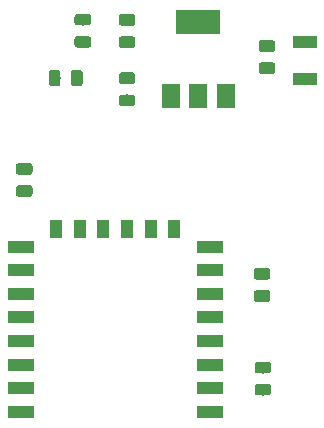
<source format=gbr>
G04 #@! TF.GenerationSoftware,KiCad,Pcbnew,(5.0.2)-1*
G04 #@! TF.CreationDate,2020-03-26T14:30:10-07:00*
G04 #@! TF.ProjectId,RetroWIFI,52657472-6f57-4494-9649-2e6b69636164,rev?*
G04 #@! TF.SameCoordinates,Original*
G04 #@! TF.FileFunction,Paste,Top*
G04 #@! TF.FilePolarity,Positive*
%FSLAX46Y46*%
G04 Gerber Fmt 4.6, Leading zero omitted, Abs format (unit mm)*
G04 Created by KiCad (PCBNEW (5.0.2)-1) date 3/26/2020 2:30:10 PM*
%MOMM*%
%LPD*%
G01*
G04 APERTURE LIST*
%ADD10R,2.000000X1.000000*%
%ADD11C,0.100000*%
%ADD12C,0.975000*%
%ADD13R,2.200000X1.000000*%
%ADD14R,1.000000X1.500000*%
%ADD15R,3.800000X2.000000*%
%ADD16R,1.500000X2.000000*%
G04 APERTURE END LIST*
D10*
G04 #@! TO.C,J1*
X156050000Y-101850000D03*
X156050000Y-98650000D03*
G04 #@! TD*
D11*
G04 #@! TO.C,C1*
G36*
X153330142Y-100413674D02*
X153353803Y-100417184D01*
X153377007Y-100422996D01*
X153399529Y-100431054D01*
X153421153Y-100441282D01*
X153441670Y-100453579D01*
X153460883Y-100467829D01*
X153478607Y-100483893D01*
X153494671Y-100501617D01*
X153508921Y-100520830D01*
X153521218Y-100541347D01*
X153531446Y-100562971D01*
X153539504Y-100585493D01*
X153545316Y-100608697D01*
X153548826Y-100632358D01*
X153550000Y-100656250D01*
X153550000Y-101143750D01*
X153548826Y-101167642D01*
X153545316Y-101191303D01*
X153539504Y-101214507D01*
X153531446Y-101237029D01*
X153521218Y-101258653D01*
X153508921Y-101279170D01*
X153494671Y-101298383D01*
X153478607Y-101316107D01*
X153460883Y-101332171D01*
X153441670Y-101346421D01*
X153421153Y-101358718D01*
X153399529Y-101368946D01*
X153377007Y-101377004D01*
X153353803Y-101382816D01*
X153330142Y-101386326D01*
X153306250Y-101387500D01*
X152393750Y-101387500D01*
X152369858Y-101386326D01*
X152346197Y-101382816D01*
X152322993Y-101377004D01*
X152300471Y-101368946D01*
X152278847Y-101358718D01*
X152258330Y-101346421D01*
X152239117Y-101332171D01*
X152221393Y-101316107D01*
X152205329Y-101298383D01*
X152191079Y-101279170D01*
X152178782Y-101258653D01*
X152168554Y-101237029D01*
X152160496Y-101214507D01*
X152154684Y-101191303D01*
X152151174Y-101167642D01*
X152150000Y-101143750D01*
X152150000Y-100656250D01*
X152151174Y-100632358D01*
X152154684Y-100608697D01*
X152160496Y-100585493D01*
X152168554Y-100562971D01*
X152178782Y-100541347D01*
X152191079Y-100520830D01*
X152205329Y-100501617D01*
X152221393Y-100483893D01*
X152239117Y-100467829D01*
X152258330Y-100453579D01*
X152278847Y-100441282D01*
X152300471Y-100431054D01*
X152322993Y-100422996D01*
X152346197Y-100417184D01*
X152369858Y-100413674D01*
X152393750Y-100412500D01*
X153306250Y-100412500D01*
X153330142Y-100413674D01*
X153330142Y-100413674D01*
G37*
D12*
X152850000Y-100900000D03*
D11*
G36*
X153330142Y-98538674D02*
X153353803Y-98542184D01*
X153377007Y-98547996D01*
X153399529Y-98556054D01*
X153421153Y-98566282D01*
X153441670Y-98578579D01*
X153460883Y-98592829D01*
X153478607Y-98608893D01*
X153494671Y-98626617D01*
X153508921Y-98645830D01*
X153521218Y-98666347D01*
X153531446Y-98687971D01*
X153539504Y-98710493D01*
X153545316Y-98733697D01*
X153548826Y-98757358D01*
X153550000Y-98781250D01*
X153550000Y-99268750D01*
X153548826Y-99292642D01*
X153545316Y-99316303D01*
X153539504Y-99339507D01*
X153531446Y-99362029D01*
X153521218Y-99383653D01*
X153508921Y-99404170D01*
X153494671Y-99423383D01*
X153478607Y-99441107D01*
X153460883Y-99457171D01*
X153441670Y-99471421D01*
X153421153Y-99483718D01*
X153399529Y-99493946D01*
X153377007Y-99502004D01*
X153353803Y-99507816D01*
X153330142Y-99511326D01*
X153306250Y-99512500D01*
X152393750Y-99512500D01*
X152369858Y-99511326D01*
X152346197Y-99507816D01*
X152322993Y-99502004D01*
X152300471Y-99493946D01*
X152278847Y-99483718D01*
X152258330Y-99471421D01*
X152239117Y-99457171D01*
X152221393Y-99441107D01*
X152205329Y-99423383D01*
X152191079Y-99404170D01*
X152178782Y-99383653D01*
X152168554Y-99362029D01*
X152160496Y-99339507D01*
X152154684Y-99316303D01*
X152151174Y-99292642D01*
X152150000Y-99268750D01*
X152150000Y-98781250D01*
X152151174Y-98757358D01*
X152154684Y-98733697D01*
X152160496Y-98710493D01*
X152168554Y-98687971D01*
X152178782Y-98666347D01*
X152191079Y-98645830D01*
X152205329Y-98626617D01*
X152221393Y-98608893D01*
X152239117Y-98592829D01*
X152258330Y-98578579D01*
X152278847Y-98566282D01*
X152300471Y-98556054D01*
X152322993Y-98547996D01*
X152346197Y-98542184D01*
X152369858Y-98538674D01*
X152393750Y-98537500D01*
X153306250Y-98537500D01*
X153330142Y-98538674D01*
X153330142Y-98538674D01*
G37*
D12*
X152850000Y-99025000D03*
G04 #@! TD*
D11*
G04 #@! TO.C,C2*
G36*
X141480142Y-103138674D02*
X141503803Y-103142184D01*
X141527007Y-103147996D01*
X141549529Y-103156054D01*
X141571153Y-103166282D01*
X141591670Y-103178579D01*
X141610883Y-103192829D01*
X141628607Y-103208893D01*
X141644671Y-103226617D01*
X141658921Y-103245830D01*
X141671218Y-103266347D01*
X141681446Y-103287971D01*
X141689504Y-103310493D01*
X141695316Y-103333697D01*
X141698826Y-103357358D01*
X141700000Y-103381250D01*
X141700000Y-103868750D01*
X141698826Y-103892642D01*
X141695316Y-103916303D01*
X141689504Y-103939507D01*
X141681446Y-103962029D01*
X141671218Y-103983653D01*
X141658921Y-104004170D01*
X141644671Y-104023383D01*
X141628607Y-104041107D01*
X141610883Y-104057171D01*
X141591670Y-104071421D01*
X141571153Y-104083718D01*
X141549529Y-104093946D01*
X141527007Y-104102004D01*
X141503803Y-104107816D01*
X141480142Y-104111326D01*
X141456250Y-104112500D01*
X140543750Y-104112500D01*
X140519858Y-104111326D01*
X140496197Y-104107816D01*
X140472993Y-104102004D01*
X140450471Y-104093946D01*
X140428847Y-104083718D01*
X140408330Y-104071421D01*
X140389117Y-104057171D01*
X140371393Y-104041107D01*
X140355329Y-104023383D01*
X140341079Y-104004170D01*
X140328782Y-103983653D01*
X140318554Y-103962029D01*
X140310496Y-103939507D01*
X140304684Y-103916303D01*
X140301174Y-103892642D01*
X140300000Y-103868750D01*
X140300000Y-103381250D01*
X140301174Y-103357358D01*
X140304684Y-103333697D01*
X140310496Y-103310493D01*
X140318554Y-103287971D01*
X140328782Y-103266347D01*
X140341079Y-103245830D01*
X140355329Y-103226617D01*
X140371393Y-103208893D01*
X140389117Y-103192829D01*
X140408330Y-103178579D01*
X140428847Y-103166282D01*
X140450471Y-103156054D01*
X140472993Y-103147996D01*
X140496197Y-103142184D01*
X140519858Y-103138674D01*
X140543750Y-103137500D01*
X141456250Y-103137500D01*
X141480142Y-103138674D01*
X141480142Y-103138674D01*
G37*
D12*
X141000000Y-103625000D03*
D11*
G36*
X141480142Y-101263674D02*
X141503803Y-101267184D01*
X141527007Y-101272996D01*
X141549529Y-101281054D01*
X141571153Y-101291282D01*
X141591670Y-101303579D01*
X141610883Y-101317829D01*
X141628607Y-101333893D01*
X141644671Y-101351617D01*
X141658921Y-101370830D01*
X141671218Y-101391347D01*
X141681446Y-101412971D01*
X141689504Y-101435493D01*
X141695316Y-101458697D01*
X141698826Y-101482358D01*
X141700000Y-101506250D01*
X141700000Y-101993750D01*
X141698826Y-102017642D01*
X141695316Y-102041303D01*
X141689504Y-102064507D01*
X141681446Y-102087029D01*
X141671218Y-102108653D01*
X141658921Y-102129170D01*
X141644671Y-102148383D01*
X141628607Y-102166107D01*
X141610883Y-102182171D01*
X141591670Y-102196421D01*
X141571153Y-102208718D01*
X141549529Y-102218946D01*
X141527007Y-102227004D01*
X141503803Y-102232816D01*
X141480142Y-102236326D01*
X141456250Y-102237500D01*
X140543750Y-102237500D01*
X140519858Y-102236326D01*
X140496197Y-102232816D01*
X140472993Y-102227004D01*
X140450471Y-102218946D01*
X140428847Y-102208718D01*
X140408330Y-102196421D01*
X140389117Y-102182171D01*
X140371393Y-102166107D01*
X140355329Y-102148383D01*
X140341079Y-102129170D01*
X140328782Y-102108653D01*
X140318554Y-102087029D01*
X140310496Y-102064507D01*
X140304684Y-102041303D01*
X140301174Y-102017642D01*
X140300000Y-101993750D01*
X140300000Y-101506250D01*
X140301174Y-101482358D01*
X140304684Y-101458697D01*
X140310496Y-101435493D01*
X140318554Y-101412971D01*
X140328782Y-101391347D01*
X140341079Y-101370830D01*
X140355329Y-101351617D01*
X140371393Y-101333893D01*
X140389117Y-101317829D01*
X140408330Y-101303579D01*
X140428847Y-101291282D01*
X140450471Y-101281054D01*
X140472993Y-101272996D01*
X140496197Y-101267184D01*
X140519858Y-101263674D01*
X140543750Y-101262500D01*
X141456250Y-101262500D01*
X141480142Y-101263674D01*
X141480142Y-101263674D01*
G37*
D12*
X141000000Y-101750000D03*
G04 #@! TD*
D11*
G04 #@! TO.C,D1*
G36*
X141480142Y-98201174D02*
X141503803Y-98204684D01*
X141527007Y-98210496D01*
X141549529Y-98218554D01*
X141571153Y-98228782D01*
X141591670Y-98241079D01*
X141610883Y-98255329D01*
X141628607Y-98271393D01*
X141644671Y-98289117D01*
X141658921Y-98308330D01*
X141671218Y-98328847D01*
X141681446Y-98350471D01*
X141689504Y-98372993D01*
X141695316Y-98396197D01*
X141698826Y-98419858D01*
X141700000Y-98443750D01*
X141700000Y-98931250D01*
X141698826Y-98955142D01*
X141695316Y-98978803D01*
X141689504Y-99002007D01*
X141681446Y-99024529D01*
X141671218Y-99046153D01*
X141658921Y-99066670D01*
X141644671Y-99085883D01*
X141628607Y-99103607D01*
X141610883Y-99119671D01*
X141591670Y-99133921D01*
X141571153Y-99146218D01*
X141549529Y-99156446D01*
X141527007Y-99164504D01*
X141503803Y-99170316D01*
X141480142Y-99173826D01*
X141456250Y-99175000D01*
X140543750Y-99175000D01*
X140519858Y-99173826D01*
X140496197Y-99170316D01*
X140472993Y-99164504D01*
X140450471Y-99156446D01*
X140428847Y-99146218D01*
X140408330Y-99133921D01*
X140389117Y-99119671D01*
X140371393Y-99103607D01*
X140355329Y-99085883D01*
X140341079Y-99066670D01*
X140328782Y-99046153D01*
X140318554Y-99024529D01*
X140310496Y-99002007D01*
X140304684Y-98978803D01*
X140301174Y-98955142D01*
X140300000Y-98931250D01*
X140300000Y-98443750D01*
X140301174Y-98419858D01*
X140304684Y-98396197D01*
X140310496Y-98372993D01*
X140318554Y-98350471D01*
X140328782Y-98328847D01*
X140341079Y-98308330D01*
X140355329Y-98289117D01*
X140371393Y-98271393D01*
X140389117Y-98255329D01*
X140408330Y-98241079D01*
X140428847Y-98228782D01*
X140450471Y-98218554D01*
X140472993Y-98210496D01*
X140496197Y-98204684D01*
X140519858Y-98201174D01*
X140543750Y-98200000D01*
X141456250Y-98200000D01*
X141480142Y-98201174D01*
X141480142Y-98201174D01*
G37*
D12*
X141000000Y-98687500D03*
D11*
G36*
X141480142Y-96326174D02*
X141503803Y-96329684D01*
X141527007Y-96335496D01*
X141549529Y-96343554D01*
X141571153Y-96353782D01*
X141591670Y-96366079D01*
X141610883Y-96380329D01*
X141628607Y-96396393D01*
X141644671Y-96414117D01*
X141658921Y-96433330D01*
X141671218Y-96453847D01*
X141681446Y-96475471D01*
X141689504Y-96497993D01*
X141695316Y-96521197D01*
X141698826Y-96544858D01*
X141700000Y-96568750D01*
X141700000Y-97056250D01*
X141698826Y-97080142D01*
X141695316Y-97103803D01*
X141689504Y-97127007D01*
X141681446Y-97149529D01*
X141671218Y-97171153D01*
X141658921Y-97191670D01*
X141644671Y-97210883D01*
X141628607Y-97228607D01*
X141610883Y-97244671D01*
X141591670Y-97258921D01*
X141571153Y-97271218D01*
X141549529Y-97281446D01*
X141527007Y-97289504D01*
X141503803Y-97295316D01*
X141480142Y-97298826D01*
X141456250Y-97300000D01*
X140543750Y-97300000D01*
X140519858Y-97298826D01*
X140496197Y-97295316D01*
X140472993Y-97289504D01*
X140450471Y-97281446D01*
X140428847Y-97271218D01*
X140408330Y-97258921D01*
X140389117Y-97244671D01*
X140371393Y-97228607D01*
X140355329Y-97210883D01*
X140341079Y-97191670D01*
X140328782Y-97171153D01*
X140318554Y-97149529D01*
X140310496Y-97127007D01*
X140304684Y-97103803D01*
X140301174Y-97080142D01*
X140300000Y-97056250D01*
X140300000Y-96568750D01*
X140301174Y-96544858D01*
X140304684Y-96521197D01*
X140310496Y-96497993D01*
X140318554Y-96475471D01*
X140328782Y-96453847D01*
X140341079Y-96433330D01*
X140355329Y-96414117D01*
X140371393Y-96396393D01*
X140389117Y-96380329D01*
X140408330Y-96366079D01*
X140428847Y-96353782D01*
X140450471Y-96343554D01*
X140472993Y-96335496D01*
X140496197Y-96329684D01*
X140519858Y-96326174D01*
X140543750Y-96325000D01*
X141456250Y-96325000D01*
X141480142Y-96326174D01*
X141480142Y-96326174D01*
G37*
D12*
X141000000Y-96812500D03*
G04 #@! TD*
D11*
G04 #@! TO.C,R1*
G36*
X137730142Y-96306174D02*
X137753803Y-96309684D01*
X137777007Y-96315496D01*
X137799529Y-96323554D01*
X137821153Y-96333782D01*
X137841670Y-96346079D01*
X137860883Y-96360329D01*
X137878607Y-96376393D01*
X137894671Y-96394117D01*
X137908921Y-96413330D01*
X137921218Y-96433847D01*
X137931446Y-96455471D01*
X137939504Y-96477993D01*
X137945316Y-96501197D01*
X137948826Y-96524858D01*
X137950000Y-96548750D01*
X137950000Y-97036250D01*
X137948826Y-97060142D01*
X137945316Y-97083803D01*
X137939504Y-97107007D01*
X137931446Y-97129529D01*
X137921218Y-97151153D01*
X137908921Y-97171670D01*
X137894671Y-97190883D01*
X137878607Y-97208607D01*
X137860883Y-97224671D01*
X137841670Y-97238921D01*
X137821153Y-97251218D01*
X137799529Y-97261446D01*
X137777007Y-97269504D01*
X137753803Y-97275316D01*
X137730142Y-97278826D01*
X137706250Y-97280000D01*
X136793750Y-97280000D01*
X136769858Y-97278826D01*
X136746197Y-97275316D01*
X136722993Y-97269504D01*
X136700471Y-97261446D01*
X136678847Y-97251218D01*
X136658330Y-97238921D01*
X136639117Y-97224671D01*
X136621393Y-97208607D01*
X136605329Y-97190883D01*
X136591079Y-97171670D01*
X136578782Y-97151153D01*
X136568554Y-97129529D01*
X136560496Y-97107007D01*
X136554684Y-97083803D01*
X136551174Y-97060142D01*
X136550000Y-97036250D01*
X136550000Y-96548750D01*
X136551174Y-96524858D01*
X136554684Y-96501197D01*
X136560496Y-96477993D01*
X136568554Y-96455471D01*
X136578782Y-96433847D01*
X136591079Y-96413330D01*
X136605329Y-96394117D01*
X136621393Y-96376393D01*
X136639117Y-96360329D01*
X136658330Y-96346079D01*
X136678847Y-96333782D01*
X136700471Y-96323554D01*
X136722993Y-96315496D01*
X136746197Y-96309684D01*
X136769858Y-96306174D01*
X136793750Y-96305000D01*
X137706250Y-96305000D01*
X137730142Y-96306174D01*
X137730142Y-96306174D01*
G37*
D12*
X137250000Y-96792500D03*
D11*
G36*
X137730142Y-98181174D02*
X137753803Y-98184684D01*
X137777007Y-98190496D01*
X137799529Y-98198554D01*
X137821153Y-98208782D01*
X137841670Y-98221079D01*
X137860883Y-98235329D01*
X137878607Y-98251393D01*
X137894671Y-98269117D01*
X137908921Y-98288330D01*
X137921218Y-98308847D01*
X137931446Y-98330471D01*
X137939504Y-98352993D01*
X137945316Y-98376197D01*
X137948826Y-98399858D01*
X137950000Y-98423750D01*
X137950000Y-98911250D01*
X137948826Y-98935142D01*
X137945316Y-98958803D01*
X137939504Y-98982007D01*
X137931446Y-99004529D01*
X137921218Y-99026153D01*
X137908921Y-99046670D01*
X137894671Y-99065883D01*
X137878607Y-99083607D01*
X137860883Y-99099671D01*
X137841670Y-99113921D01*
X137821153Y-99126218D01*
X137799529Y-99136446D01*
X137777007Y-99144504D01*
X137753803Y-99150316D01*
X137730142Y-99153826D01*
X137706250Y-99155000D01*
X136793750Y-99155000D01*
X136769858Y-99153826D01*
X136746197Y-99150316D01*
X136722993Y-99144504D01*
X136700471Y-99136446D01*
X136678847Y-99126218D01*
X136658330Y-99113921D01*
X136639117Y-99099671D01*
X136621393Y-99083607D01*
X136605329Y-99065883D01*
X136591079Y-99046670D01*
X136578782Y-99026153D01*
X136568554Y-99004529D01*
X136560496Y-98982007D01*
X136554684Y-98958803D01*
X136551174Y-98935142D01*
X136550000Y-98911250D01*
X136550000Y-98423750D01*
X136551174Y-98399858D01*
X136554684Y-98376197D01*
X136560496Y-98352993D01*
X136568554Y-98330471D01*
X136578782Y-98308847D01*
X136591079Y-98288330D01*
X136605329Y-98269117D01*
X136621393Y-98251393D01*
X136639117Y-98235329D01*
X136658330Y-98221079D01*
X136678847Y-98208782D01*
X136700471Y-98198554D01*
X136722993Y-98190496D01*
X136746197Y-98184684D01*
X136769858Y-98181174D01*
X136793750Y-98180000D01*
X137706250Y-98180000D01*
X137730142Y-98181174D01*
X137730142Y-98181174D01*
G37*
D12*
X137250000Y-98667500D03*
G04 #@! TD*
D11*
G04 #@! TO.C,R2*
G36*
X152980142Y-127638674D02*
X153003803Y-127642184D01*
X153027007Y-127647996D01*
X153049529Y-127656054D01*
X153071153Y-127666282D01*
X153091670Y-127678579D01*
X153110883Y-127692829D01*
X153128607Y-127708893D01*
X153144671Y-127726617D01*
X153158921Y-127745830D01*
X153171218Y-127766347D01*
X153181446Y-127787971D01*
X153189504Y-127810493D01*
X153195316Y-127833697D01*
X153198826Y-127857358D01*
X153200000Y-127881250D01*
X153200000Y-128368750D01*
X153198826Y-128392642D01*
X153195316Y-128416303D01*
X153189504Y-128439507D01*
X153181446Y-128462029D01*
X153171218Y-128483653D01*
X153158921Y-128504170D01*
X153144671Y-128523383D01*
X153128607Y-128541107D01*
X153110883Y-128557171D01*
X153091670Y-128571421D01*
X153071153Y-128583718D01*
X153049529Y-128593946D01*
X153027007Y-128602004D01*
X153003803Y-128607816D01*
X152980142Y-128611326D01*
X152956250Y-128612500D01*
X152043750Y-128612500D01*
X152019858Y-128611326D01*
X151996197Y-128607816D01*
X151972993Y-128602004D01*
X151950471Y-128593946D01*
X151928847Y-128583718D01*
X151908330Y-128571421D01*
X151889117Y-128557171D01*
X151871393Y-128541107D01*
X151855329Y-128523383D01*
X151841079Y-128504170D01*
X151828782Y-128483653D01*
X151818554Y-128462029D01*
X151810496Y-128439507D01*
X151804684Y-128416303D01*
X151801174Y-128392642D01*
X151800000Y-128368750D01*
X151800000Y-127881250D01*
X151801174Y-127857358D01*
X151804684Y-127833697D01*
X151810496Y-127810493D01*
X151818554Y-127787971D01*
X151828782Y-127766347D01*
X151841079Y-127745830D01*
X151855329Y-127726617D01*
X151871393Y-127708893D01*
X151889117Y-127692829D01*
X151908330Y-127678579D01*
X151928847Y-127666282D01*
X151950471Y-127656054D01*
X151972993Y-127647996D01*
X151996197Y-127642184D01*
X152019858Y-127638674D01*
X152043750Y-127637500D01*
X152956250Y-127637500D01*
X152980142Y-127638674D01*
X152980142Y-127638674D01*
G37*
D12*
X152500000Y-128125000D03*
D11*
G36*
X152980142Y-125763674D02*
X153003803Y-125767184D01*
X153027007Y-125772996D01*
X153049529Y-125781054D01*
X153071153Y-125791282D01*
X153091670Y-125803579D01*
X153110883Y-125817829D01*
X153128607Y-125833893D01*
X153144671Y-125851617D01*
X153158921Y-125870830D01*
X153171218Y-125891347D01*
X153181446Y-125912971D01*
X153189504Y-125935493D01*
X153195316Y-125958697D01*
X153198826Y-125982358D01*
X153200000Y-126006250D01*
X153200000Y-126493750D01*
X153198826Y-126517642D01*
X153195316Y-126541303D01*
X153189504Y-126564507D01*
X153181446Y-126587029D01*
X153171218Y-126608653D01*
X153158921Y-126629170D01*
X153144671Y-126648383D01*
X153128607Y-126666107D01*
X153110883Y-126682171D01*
X153091670Y-126696421D01*
X153071153Y-126708718D01*
X153049529Y-126718946D01*
X153027007Y-126727004D01*
X153003803Y-126732816D01*
X152980142Y-126736326D01*
X152956250Y-126737500D01*
X152043750Y-126737500D01*
X152019858Y-126736326D01*
X151996197Y-126732816D01*
X151972993Y-126727004D01*
X151950471Y-126718946D01*
X151928847Y-126708718D01*
X151908330Y-126696421D01*
X151889117Y-126682171D01*
X151871393Y-126666107D01*
X151855329Y-126648383D01*
X151841079Y-126629170D01*
X151828782Y-126608653D01*
X151818554Y-126587029D01*
X151810496Y-126564507D01*
X151804684Y-126541303D01*
X151801174Y-126517642D01*
X151800000Y-126493750D01*
X151800000Y-126006250D01*
X151801174Y-125982358D01*
X151804684Y-125958697D01*
X151810496Y-125935493D01*
X151818554Y-125912971D01*
X151828782Y-125891347D01*
X151841079Y-125870830D01*
X151855329Y-125851617D01*
X151871393Y-125833893D01*
X151889117Y-125817829D01*
X151908330Y-125803579D01*
X151928847Y-125791282D01*
X151950471Y-125781054D01*
X151972993Y-125772996D01*
X151996197Y-125767184D01*
X152019858Y-125763674D01*
X152043750Y-125762500D01*
X152956250Y-125762500D01*
X152980142Y-125763674D01*
X152980142Y-125763674D01*
G37*
D12*
X152500000Y-126250000D03*
G04 #@! TD*
D11*
G04 #@! TO.C,R3*
G36*
X132780142Y-110813674D02*
X132803803Y-110817184D01*
X132827007Y-110822996D01*
X132849529Y-110831054D01*
X132871153Y-110841282D01*
X132891670Y-110853579D01*
X132910883Y-110867829D01*
X132928607Y-110883893D01*
X132944671Y-110901617D01*
X132958921Y-110920830D01*
X132971218Y-110941347D01*
X132981446Y-110962971D01*
X132989504Y-110985493D01*
X132995316Y-111008697D01*
X132998826Y-111032358D01*
X133000000Y-111056250D01*
X133000000Y-111543750D01*
X132998826Y-111567642D01*
X132995316Y-111591303D01*
X132989504Y-111614507D01*
X132981446Y-111637029D01*
X132971218Y-111658653D01*
X132958921Y-111679170D01*
X132944671Y-111698383D01*
X132928607Y-111716107D01*
X132910883Y-111732171D01*
X132891670Y-111746421D01*
X132871153Y-111758718D01*
X132849529Y-111768946D01*
X132827007Y-111777004D01*
X132803803Y-111782816D01*
X132780142Y-111786326D01*
X132756250Y-111787500D01*
X131843750Y-111787500D01*
X131819858Y-111786326D01*
X131796197Y-111782816D01*
X131772993Y-111777004D01*
X131750471Y-111768946D01*
X131728847Y-111758718D01*
X131708330Y-111746421D01*
X131689117Y-111732171D01*
X131671393Y-111716107D01*
X131655329Y-111698383D01*
X131641079Y-111679170D01*
X131628782Y-111658653D01*
X131618554Y-111637029D01*
X131610496Y-111614507D01*
X131604684Y-111591303D01*
X131601174Y-111567642D01*
X131600000Y-111543750D01*
X131600000Y-111056250D01*
X131601174Y-111032358D01*
X131604684Y-111008697D01*
X131610496Y-110985493D01*
X131618554Y-110962971D01*
X131628782Y-110941347D01*
X131641079Y-110920830D01*
X131655329Y-110901617D01*
X131671393Y-110883893D01*
X131689117Y-110867829D01*
X131708330Y-110853579D01*
X131728847Y-110841282D01*
X131750471Y-110831054D01*
X131772993Y-110822996D01*
X131796197Y-110817184D01*
X131819858Y-110813674D01*
X131843750Y-110812500D01*
X132756250Y-110812500D01*
X132780142Y-110813674D01*
X132780142Y-110813674D01*
G37*
D12*
X132300000Y-111300000D03*
D11*
G36*
X132780142Y-108938674D02*
X132803803Y-108942184D01*
X132827007Y-108947996D01*
X132849529Y-108956054D01*
X132871153Y-108966282D01*
X132891670Y-108978579D01*
X132910883Y-108992829D01*
X132928607Y-109008893D01*
X132944671Y-109026617D01*
X132958921Y-109045830D01*
X132971218Y-109066347D01*
X132981446Y-109087971D01*
X132989504Y-109110493D01*
X132995316Y-109133697D01*
X132998826Y-109157358D01*
X133000000Y-109181250D01*
X133000000Y-109668750D01*
X132998826Y-109692642D01*
X132995316Y-109716303D01*
X132989504Y-109739507D01*
X132981446Y-109762029D01*
X132971218Y-109783653D01*
X132958921Y-109804170D01*
X132944671Y-109823383D01*
X132928607Y-109841107D01*
X132910883Y-109857171D01*
X132891670Y-109871421D01*
X132871153Y-109883718D01*
X132849529Y-109893946D01*
X132827007Y-109902004D01*
X132803803Y-109907816D01*
X132780142Y-109911326D01*
X132756250Y-109912500D01*
X131843750Y-109912500D01*
X131819858Y-109911326D01*
X131796197Y-109907816D01*
X131772993Y-109902004D01*
X131750471Y-109893946D01*
X131728847Y-109883718D01*
X131708330Y-109871421D01*
X131689117Y-109857171D01*
X131671393Y-109841107D01*
X131655329Y-109823383D01*
X131641079Y-109804170D01*
X131628782Y-109783653D01*
X131618554Y-109762029D01*
X131610496Y-109739507D01*
X131604684Y-109716303D01*
X131601174Y-109692642D01*
X131600000Y-109668750D01*
X131600000Y-109181250D01*
X131601174Y-109157358D01*
X131604684Y-109133697D01*
X131610496Y-109110493D01*
X131618554Y-109087971D01*
X131628782Y-109066347D01*
X131641079Y-109045830D01*
X131655329Y-109026617D01*
X131671393Y-109008893D01*
X131689117Y-108992829D01*
X131708330Y-108978579D01*
X131728847Y-108966282D01*
X131750471Y-108956054D01*
X131772993Y-108947996D01*
X131796197Y-108942184D01*
X131819858Y-108938674D01*
X131843750Y-108937500D01*
X132756250Y-108937500D01*
X132780142Y-108938674D01*
X132780142Y-108938674D01*
G37*
D12*
X132300000Y-109425000D03*
G04 #@! TD*
D11*
G04 #@! TO.C,R4*
G36*
X135142642Y-101051174D02*
X135166303Y-101054684D01*
X135189507Y-101060496D01*
X135212029Y-101068554D01*
X135233653Y-101078782D01*
X135254170Y-101091079D01*
X135273383Y-101105329D01*
X135291107Y-101121393D01*
X135307171Y-101139117D01*
X135321421Y-101158330D01*
X135333718Y-101178847D01*
X135343946Y-101200471D01*
X135352004Y-101222993D01*
X135357816Y-101246197D01*
X135361326Y-101269858D01*
X135362500Y-101293750D01*
X135362500Y-102206250D01*
X135361326Y-102230142D01*
X135357816Y-102253803D01*
X135352004Y-102277007D01*
X135343946Y-102299529D01*
X135333718Y-102321153D01*
X135321421Y-102341670D01*
X135307171Y-102360883D01*
X135291107Y-102378607D01*
X135273383Y-102394671D01*
X135254170Y-102408921D01*
X135233653Y-102421218D01*
X135212029Y-102431446D01*
X135189507Y-102439504D01*
X135166303Y-102445316D01*
X135142642Y-102448826D01*
X135118750Y-102450000D01*
X134631250Y-102450000D01*
X134607358Y-102448826D01*
X134583697Y-102445316D01*
X134560493Y-102439504D01*
X134537971Y-102431446D01*
X134516347Y-102421218D01*
X134495830Y-102408921D01*
X134476617Y-102394671D01*
X134458893Y-102378607D01*
X134442829Y-102360883D01*
X134428579Y-102341670D01*
X134416282Y-102321153D01*
X134406054Y-102299529D01*
X134397996Y-102277007D01*
X134392184Y-102253803D01*
X134388674Y-102230142D01*
X134387500Y-102206250D01*
X134387500Y-101293750D01*
X134388674Y-101269858D01*
X134392184Y-101246197D01*
X134397996Y-101222993D01*
X134406054Y-101200471D01*
X134416282Y-101178847D01*
X134428579Y-101158330D01*
X134442829Y-101139117D01*
X134458893Y-101121393D01*
X134476617Y-101105329D01*
X134495830Y-101091079D01*
X134516347Y-101078782D01*
X134537971Y-101068554D01*
X134560493Y-101060496D01*
X134583697Y-101054684D01*
X134607358Y-101051174D01*
X134631250Y-101050000D01*
X135118750Y-101050000D01*
X135142642Y-101051174D01*
X135142642Y-101051174D01*
G37*
D12*
X134875000Y-101750000D03*
D11*
G36*
X137017642Y-101051174D02*
X137041303Y-101054684D01*
X137064507Y-101060496D01*
X137087029Y-101068554D01*
X137108653Y-101078782D01*
X137129170Y-101091079D01*
X137148383Y-101105329D01*
X137166107Y-101121393D01*
X137182171Y-101139117D01*
X137196421Y-101158330D01*
X137208718Y-101178847D01*
X137218946Y-101200471D01*
X137227004Y-101222993D01*
X137232816Y-101246197D01*
X137236326Y-101269858D01*
X137237500Y-101293750D01*
X137237500Y-102206250D01*
X137236326Y-102230142D01*
X137232816Y-102253803D01*
X137227004Y-102277007D01*
X137218946Y-102299529D01*
X137208718Y-102321153D01*
X137196421Y-102341670D01*
X137182171Y-102360883D01*
X137166107Y-102378607D01*
X137148383Y-102394671D01*
X137129170Y-102408921D01*
X137108653Y-102421218D01*
X137087029Y-102431446D01*
X137064507Y-102439504D01*
X137041303Y-102445316D01*
X137017642Y-102448826D01*
X136993750Y-102450000D01*
X136506250Y-102450000D01*
X136482358Y-102448826D01*
X136458697Y-102445316D01*
X136435493Y-102439504D01*
X136412971Y-102431446D01*
X136391347Y-102421218D01*
X136370830Y-102408921D01*
X136351617Y-102394671D01*
X136333893Y-102378607D01*
X136317829Y-102360883D01*
X136303579Y-102341670D01*
X136291282Y-102321153D01*
X136281054Y-102299529D01*
X136272996Y-102277007D01*
X136267184Y-102253803D01*
X136263674Y-102230142D01*
X136262500Y-102206250D01*
X136262500Y-101293750D01*
X136263674Y-101269858D01*
X136267184Y-101246197D01*
X136272996Y-101222993D01*
X136281054Y-101200471D01*
X136291282Y-101178847D01*
X136303579Y-101158330D01*
X136317829Y-101139117D01*
X136333893Y-101121393D01*
X136351617Y-101105329D01*
X136370830Y-101091079D01*
X136391347Y-101078782D01*
X136412971Y-101068554D01*
X136435493Y-101060496D01*
X136458697Y-101054684D01*
X136482358Y-101051174D01*
X136506250Y-101050000D01*
X136993750Y-101050000D01*
X137017642Y-101051174D01*
X137017642Y-101051174D01*
G37*
D12*
X136750000Y-101750000D03*
G04 #@! TD*
D11*
G04 #@! TO.C,R5*
G36*
X152917642Y-119701174D02*
X152941303Y-119704684D01*
X152964507Y-119710496D01*
X152987029Y-119718554D01*
X153008653Y-119728782D01*
X153029170Y-119741079D01*
X153048383Y-119755329D01*
X153066107Y-119771393D01*
X153082171Y-119789117D01*
X153096421Y-119808330D01*
X153108718Y-119828847D01*
X153118946Y-119850471D01*
X153127004Y-119872993D01*
X153132816Y-119896197D01*
X153136326Y-119919858D01*
X153137500Y-119943750D01*
X153137500Y-120431250D01*
X153136326Y-120455142D01*
X153132816Y-120478803D01*
X153127004Y-120502007D01*
X153118946Y-120524529D01*
X153108718Y-120546153D01*
X153096421Y-120566670D01*
X153082171Y-120585883D01*
X153066107Y-120603607D01*
X153048383Y-120619671D01*
X153029170Y-120633921D01*
X153008653Y-120646218D01*
X152987029Y-120656446D01*
X152964507Y-120664504D01*
X152941303Y-120670316D01*
X152917642Y-120673826D01*
X152893750Y-120675000D01*
X151981250Y-120675000D01*
X151957358Y-120673826D01*
X151933697Y-120670316D01*
X151910493Y-120664504D01*
X151887971Y-120656446D01*
X151866347Y-120646218D01*
X151845830Y-120633921D01*
X151826617Y-120619671D01*
X151808893Y-120603607D01*
X151792829Y-120585883D01*
X151778579Y-120566670D01*
X151766282Y-120546153D01*
X151756054Y-120524529D01*
X151747996Y-120502007D01*
X151742184Y-120478803D01*
X151738674Y-120455142D01*
X151737500Y-120431250D01*
X151737500Y-119943750D01*
X151738674Y-119919858D01*
X151742184Y-119896197D01*
X151747996Y-119872993D01*
X151756054Y-119850471D01*
X151766282Y-119828847D01*
X151778579Y-119808330D01*
X151792829Y-119789117D01*
X151808893Y-119771393D01*
X151826617Y-119755329D01*
X151845830Y-119741079D01*
X151866347Y-119728782D01*
X151887971Y-119718554D01*
X151910493Y-119710496D01*
X151933697Y-119704684D01*
X151957358Y-119701174D01*
X151981250Y-119700000D01*
X152893750Y-119700000D01*
X152917642Y-119701174D01*
X152917642Y-119701174D01*
G37*
D12*
X152437500Y-120187500D03*
D11*
G36*
X152917642Y-117826174D02*
X152941303Y-117829684D01*
X152964507Y-117835496D01*
X152987029Y-117843554D01*
X153008653Y-117853782D01*
X153029170Y-117866079D01*
X153048383Y-117880329D01*
X153066107Y-117896393D01*
X153082171Y-117914117D01*
X153096421Y-117933330D01*
X153108718Y-117953847D01*
X153118946Y-117975471D01*
X153127004Y-117997993D01*
X153132816Y-118021197D01*
X153136326Y-118044858D01*
X153137500Y-118068750D01*
X153137500Y-118556250D01*
X153136326Y-118580142D01*
X153132816Y-118603803D01*
X153127004Y-118627007D01*
X153118946Y-118649529D01*
X153108718Y-118671153D01*
X153096421Y-118691670D01*
X153082171Y-118710883D01*
X153066107Y-118728607D01*
X153048383Y-118744671D01*
X153029170Y-118758921D01*
X153008653Y-118771218D01*
X152987029Y-118781446D01*
X152964507Y-118789504D01*
X152941303Y-118795316D01*
X152917642Y-118798826D01*
X152893750Y-118800000D01*
X151981250Y-118800000D01*
X151957358Y-118798826D01*
X151933697Y-118795316D01*
X151910493Y-118789504D01*
X151887971Y-118781446D01*
X151866347Y-118771218D01*
X151845830Y-118758921D01*
X151826617Y-118744671D01*
X151808893Y-118728607D01*
X151792829Y-118710883D01*
X151778579Y-118691670D01*
X151766282Y-118671153D01*
X151756054Y-118649529D01*
X151747996Y-118627007D01*
X151742184Y-118603803D01*
X151738674Y-118580142D01*
X151737500Y-118556250D01*
X151737500Y-118068750D01*
X151738674Y-118044858D01*
X151742184Y-118021197D01*
X151747996Y-117997993D01*
X151756054Y-117975471D01*
X151766282Y-117953847D01*
X151778579Y-117933330D01*
X151792829Y-117914117D01*
X151808893Y-117896393D01*
X151826617Y-117880329D01*
X151845830Y-117866079D01*
X151866347Y-117853782D01*
X151887971Y-117843554D01*
X151910493Y-117835496D01*
X151933697Y-117829684D01*
X151957358Y-117826174D01*
X151981250Y-117825000D01*
X152893750Y-117825000D01*
X152917642Y-117826174D01*
X152917642Y-117826174D01*
G37*
D12*
X152437500Y-118312500D03*
G04 #@! TD*
D13*
G04 #@! TO.C,U3*
X148000000Y-130000000D03*
X148000000Y-128000000D03*
X148000000Y-126000000D03*
X148000000Y-124000000D03*
X148000000Y-122000000D03*
X148000000Y-120000000D03*
X148000000Y-118000000D03*
X148000000Y-116000000D03*
D14*
X145000000Y-114500000D03*
X143000000Y-114500000D03*
X141000000Y-114500000D03*
X139000000Y-114500000D03*
X137000000Y-114500000D03*
X135000000Y-114500000D03*
D13*
X132000000Y-116000000D03*
X132000000Y-118000000D03*
X132000000Y-120000000D03*
X132000000Y-122000000D03*
X132000000Y-124000000D03*
X132000000Y-126000000D03*
X132000000Y-128000000D03*
X132000000Y-130000000D03*
G04 #@! TD*
D15*
G04 #@! TO.C,U1*
X147050000Y-96950000D03*
D16*
X147050000Y-103250000D03*
X149350000Y-103250000D03*
X144750000Y-103250000D03*
G04 #@! TD*
M02*

</source>
